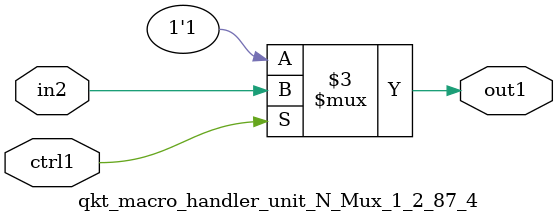
<source format=v>

`timescale 1ps / 1ps


module qkt_macro_handler_unit_N_Mux_1_2_87_4( in2, ctrl1, out1 );

    input in2;
    input ctrl1;
    output out1;
    reg out1;

    
    // rtl_process:qkt_macro_handler_unit_N_Mux_1_2_87_4/qkt_macro_handler_unit_N_Mux_1_2_87_4_thread_1
    always @*
      begin : qkt_macro_handler_unit_N_Mux_1_2_87_4_thread_1
        case (ctrl1) 
          1'b1: 
            begin
              out1 = in2;
            end
          default: 
            begin
              out1 = 1'b1;
            end
        endcase
      end

endmodule



</source>
